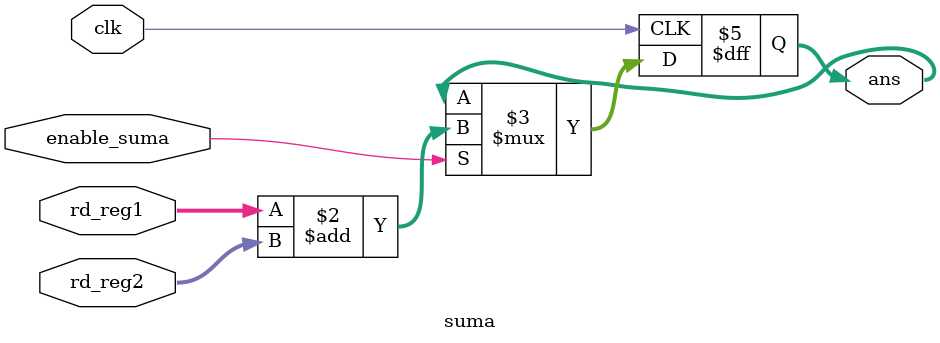
<source format=v>
`timescale 1ns / 1ps
module suma(
		input clk,
		input [3:0]rd_reg1,
		input [3:0]rd_reg2,
		input enable_suma,
		output [3:0]ans
    );

always @(posedge clk)
begin
if(enable_suma)
begin
ans<= rd_reg1+rd_reg2;
end
end

endmodule

</source>
